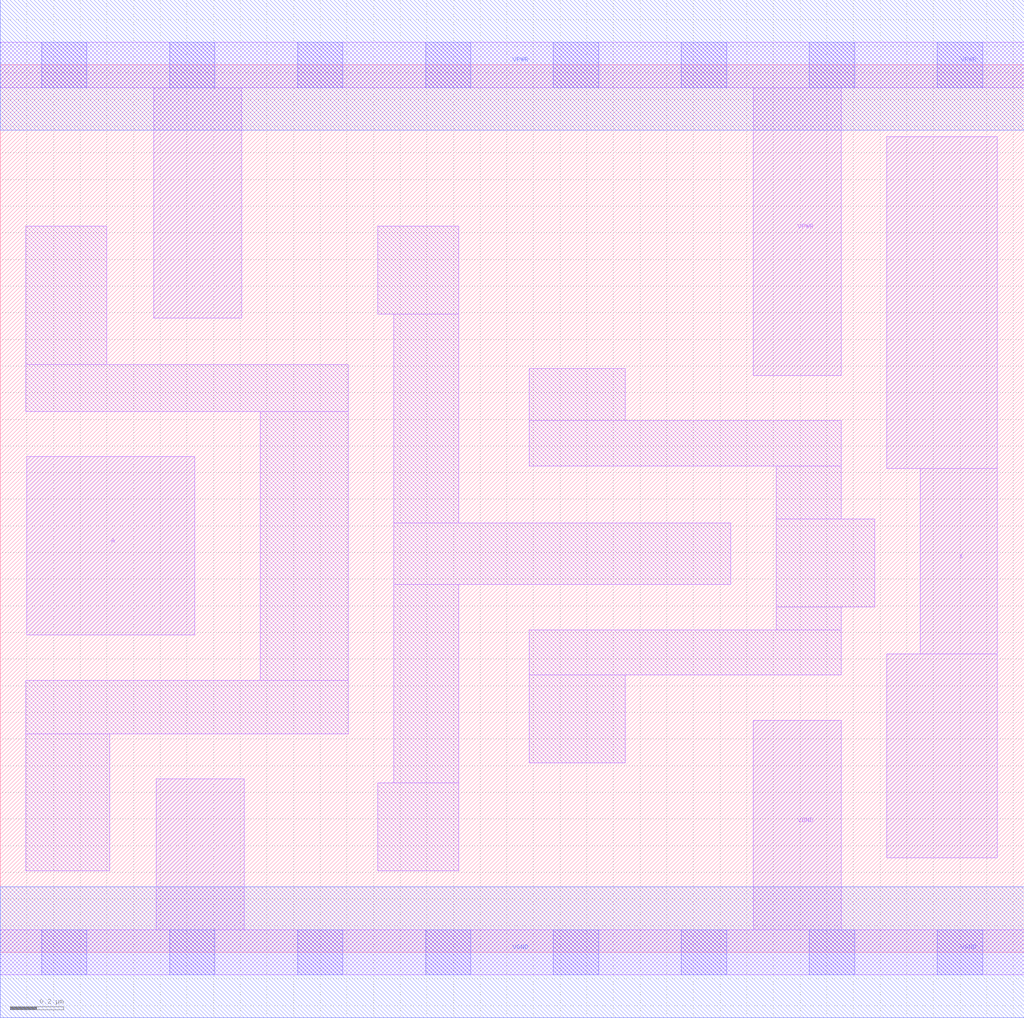
<source format=lef>
# Copyright 2020 The SkyWater PDK Authors
#
# Licensed under the Apache License, Version 2.0 (the "License");
# you may not use this file except in compliance with the License.
# You may obtain a copy of the License at
#
#     https://www.apache.org/licenses/LICENSE-2.0
#
# Unless required by applicable law or agreed to in writing, software
# distributed under the License is distributed on an "AS IS" BASIS,
# WITHOUT WARRANTIES OR CONDITIONS OF ANY KIND, either express or implied.
# See the License for the specific language governing permissions and
# limitations under the License.
#
# SPDX-License-Identifier: Apache-2.0

VERSION 5.7 ;
  NAMESCASESENSITIVE ON ;
  NOWIREEXTENSIONATPIN ON ;
  DIVIDERCHAR "/" ;
  BUSBITCHARS "[]" ;
UNITS
  DATABASE MICRONS 200 ;
END UNITS
MACRO sky130_fd_sc_ls__dlygate4sd2_1
  CLASS CORE ;
  SOURCE USER ;
  FOREIGN sky130_fd_sc_ls__dlygate4sd2_1 ;
  ORIGIN  0.000000  0.000000 ;
  SIZE  3.840000 BY  3.330000 ;
  SYMMETRY X Y ;
  SITE unit ;
  PIN A
    ANTENNAGATEAREA  0.126000 ;
    DIRECTION INPUT ;
    USE SIGNAL ;
    PORT
      LAYER li1 ;
        RECT 0.100000 1.190000 0.730000 1.860000 ;
    END
  END A
  PIN X
    ANTENNADIFFAREA  0.509700 ;
    DIRECTION OUTPUT ;
    USE SIGNAL ;
    PORT
      LAYER li1 ;
        RECT 3.325000 0.355000 3.740000 1.120000 ;
        RECT 3.325000 1.815000 3.740000 3.060000 ;
        RECT 3.450000 1.120000 3.740000 1.815000 ;
    END
  END X
  PIN VGND
    DIRECTION INOUT ;
    SHAPE ABUTMENT ;
    USE GROUND ;
    PORT
      LAYER li1 ;
        RECT 0.000000 -0.085000 3.840000 0.085000 ;
        RECT 0.585000  0.085000 0.915000 0.650000 ;
        RECT 2.825000  0.085000 3.155000 0.870000 ;
      LAYER mcon ;
        RECT 0.155000 -0.085000 0.325000 0.085000 ;
        RECT 0.635000 -0.085000 0.805000 0.085000 ;
        RECT 1.115000 -0.085000 1.285000 0.085000 ;
        RECT 1.595000 -0.085000 1.765000 0.085000 ;
        RECT 2.075000 -0.085000 2.245000 0.085000 ;
        RECT 2.555000 -0.085000 2.725000 0.085000 ;
        RECT 3.035000 -0.085000 3.205000 0.085000 ;
        RECT 3.515000 -0.085000 3.685000 0.085000 ;
      LAYER met1 ;
        RECT 0.000000 -0.245000 3.840000 0.245000 ;
    END
  END VGND
  PIN VPWR
    DIRECTION INOUT ;
    SHAPE ABUTMENT ;
    USE POWER ;
    PORT
      LAYER li1 ;
        RECT 0.000000 3.245000 3.840000 3.415000 ;
        RECT 0.575000 2.380000 0.905000 3.245000 ;
        RECT 2.825000 2.165000 3.155000 3.245000 ;
      LAYER mcon ;
        RECT 0.155000 3.245000 0.325000 3.415000 ;
        RECT 0.635000 3.245000 0.805000 3.415000 ;
        RECT 1.115000 3.245000 1.285000 3.415000 ;
        RECT 1.595000 3.245000 1.765000 3.415000 ;
        RECT 2.075000 3.245000 2.245000 3.415000 ;
        RECT 2.555000 3.245000 2.725000 3.415000 ;
        RECT 3.035000 3.245000 3.205000 3.415000 ;
        RECT 3.515000 3.245000 3.685000 3.415000 ;
      LAYER met1 ;
        RECT 0.000000 3.085000 3.840000 3.575000 ;
    END
  END VPWR
  OBS
    LAYER li1 ;
      RECT 0.095000 0.305000 0.410000 0.820000 ;
      RECT 0.095000 0.820000 1.305000 1.020000 ;
      RECT 0.095000 2.030000 1.305000 2.205000 ;
      RECT 0.095000 2.205000 0.400000 2.725000 ;
      RECT 0.975000 1.020000 1.305000 2.030000 ;
      RECT 1.415000 0.305000 1.720000 0.635000 ;
      RECT 1.415000 2.395000 1.720000 2.725000 ;
      RECT 1.475000 0.635000 1.720000 1.380000 ;
      RECT 1.475000 1.380000 2.740000 1.610000 ;
      RECT 1.475000 1.610000 1.720000 2.395000 ;
      RECT 1.985000 0.710000 2.345000 1.040000 ;
      RECT 1.985000 1.040000 3.155000 1.210000 ;
      RECT 1.985000 1.825000 3.155000 1.995000 ;
      RECT 1.985000 1.995000 2.345000 2.190000 ;
      RECT 2.910000 1.210000 3.155000 1.295000 ;
      RECT 2.910000 1.295000 3.280000 1.625000 ;
      RECT 2.910000 1.625000 3.155000 1.825000 ;
  END
END sky130_fd_sc_ls__dlygate4sd2_1

</source>
